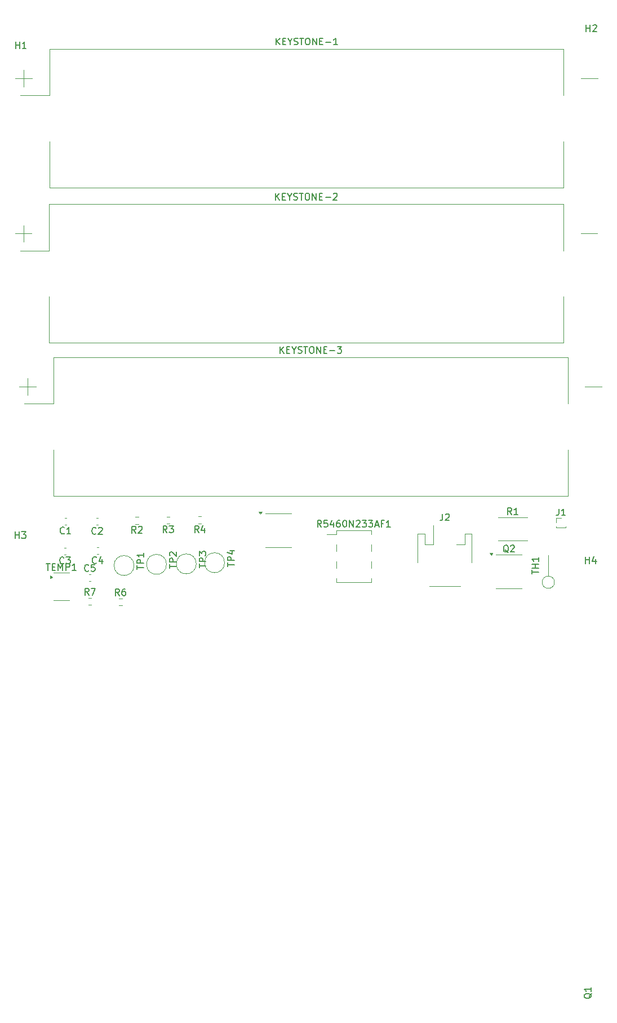
<source format=gbr>
%TF.GenerationSoftware,KiCad,Pcbnew,8.0.2-1*%
%TF.CreationDate,2024-08-29T11:45:14-05:00*%
%TF.ProjectId,BattBoard,42617474-426f-4617-9264-2e6b69636164,rev?*%
%TF.SameCoordinates,Original*%
%TF.FileFunction,Legend,Top*%
%TF.FilePolarity,Positive*%
%FSLAX46Y46*%
G04 Gerber Fmt 4.6, Leading zero omitted, Abs format (unit mm)*
G04 Created by KiCad (PCBNEW 8.0.2-1) date 2024-08-29 11:45:14*
%MOMM*%
%LPD*%
G01*
G04 APERTURE LIST*
%ADD10C,0.150000*%
%ADD11C,0.120000*%
G04 APERTURE END LIST*
D10*
X124654819Y-127986904D02*
X124654819Y-127415476D01*
X125654819Y-127701190D02*
X124654819Y-127701190D01*
X125654819Y-127082142D02*
X124654819Y-127082142D01*
X124654819Y-127082142D02*
X124654819Y-126701190D01*
X124654819Y-126701190D02*
X124702438Y-126605952D01*
X124702438Y-126605952D02*
X124750057Y-126558333D01*
X124750057Y-126558333D02*
X124845295Y-126510714D01*
X124845295Y-126510714D02*
X124988152Y-126510714D01*
X124988152Y-126510714D02*
X125083390Y-126558333D01*
X125083390Y-126558333D02*
X125131009Y-126605952D01*
X125131009Y-126605952D02*
X125178628Y-126701190D01*
X125178628Y-126701190D02*
X125178628Y-127082142D01*
X124654819Y-126177380D02*
X124654819Y-125558333D01*
X124654819Y-125558333D02*
X125035771Y-125891666D01*
X125035771Y-125891666D02*
X125035771Y-125748809D01*
X125035771Y-125748809D02*
X125083390Y-125653571D01*
X125083390Y-125653571D02*
X125131009Y-125605952D01*
X125131009Y-125605952D02*
X125226247Y-125558333D01*
X125226247Y-125558333D02*
X125464342Y-125558333D01*
X125464342Y-125558333D02*
X125559580Y-125605952D01*
X125559580Y-125605952D02*
X125607200Y-125653571D01*
X125607200Y-125653571D02*
X125654819Y-125748809D01*
X125654819Y-125748809D02*
X125654819Y-126034523D01*
X125654819Y-126034523D02*
X125607200Y-126129761D01*
X125607200Y-126129761D02*
X125559580Y-126177380D01*
X108033333Y-128444580D02*
X107985714Y-128492200D01*
X107985714Y-128492200D02*
X107842857Y-128539819D01*
X107842857Y-128539819D02*
X107747619Y-128539819D01*
X107747619Y-128539819D02*
X107604762Y-128492200D01*
X107604762Y-128492200D02*
X107509524Y-128396961D01*
X107509524Y-128396961D02*
X107461905Y-128301723D01*
X107461905Y-128301723D02*
X107414286Y-128111247D01*
X107414286Y-128111247D02*
X107414286Y-127968390D01*
X107414286Y-127968390D02*
X107461905Y-127777914D01*
X107461905Y-127777914D02*
X107509524Y-127682676D01*
X107509524Y-127682676D02*
X107604762Y-127587438D01*
X107604762Y-127587438D02*
X107747619Y-127539819D01*
X107747619Y-127539819D02*
X107842857Y-127539819D01*
X107842857Y-127539819D02*
X107985714Y-127587438D01*
X107985714Y-127587438D02*
X108033333Y-127635057D01*
X108938095Y-127539819D02*
X108461905Y-127539819D01*
X108461905Y-127539819D02*
X108414286Y-128016009D01*
X108414286Y-128016009D02*
X108461905Y-127968390D01*
X108461905Y-127968390D02*
X108557143Y-127920771D01*
X108557143Y-127920771D02*
X108795238Y-127920771D01*
X108795238Y-127920771D02*
X108890476Y-127968390D01*
X108890476Y-127968390D02*
X108938095Y-128016009D01*
X108938095Y-128016009D02*
X108985714Y-128111247D01*
X108985714Y-128111247D02*
X108985714Y-128349342D01*
X108985714Y-128349342D02*
X108938095Y-128444580D01*
X108938095Y-128444580D02*
X108890476Y-128492200D01*
X108890476Y-128492200D02*
X108795238Y-128539819D01*
X108795238Y-128539819D02*
X108557143Y-128539819D01*
X108557143Y-128539819D02*
X108461905Y-128492200D01*
X108461905Y-128492200D02*
X108414286Y-128444580D01*
X104382933Y-122814580D02*
X104335314Y-122862200D01*
X104335314Y-122862200D02*
X104192457Y-122909819D01*
X104192457Y-122909819D02*
X104097219Y-122909819D01*
X104097219Y-122909819D02*
X103954362Y-122862200D01*
X103954362Y-122862200D02*
X103859124Y-122766961D01*
X103859124Y-122766961D02*
X103811505Y-122671723D01*
X103811505Y-122671723D02*
X103763886Y-122481247D01*
X103763886Y-122481247D02*
X103763886Y-122338390D01*
X103763886Y-122338390D02*
X103811505Y-122147914D01*
X103811505Y-122147914D02*
X103859124Y-122052676D01*
X103859124Y-122052676D02*
X103954362Y-121957438D01*
X103954362Y-121957438D02*
X104097219Y-121909819D01*
X104097219Y-121909819D02*
X104192457Y-121909819D01*
X104192457Y-121909819D02*
X104335314Y-121957438D01*
X104335314Y-121957438D02*
X104382933Y-122005057D01*
X105335314Y-122909819D02*
X104763886Y-122909819D01*
X105049600Y-122909819D02*
X105049600Y-121909819D01*
X105049600Y-121909819D02*
X104954362Y-122052676D01*
X104954362Y-122052676D02*
X104859124Y-122147914D01*
X104859124Y-122147914D02*
X104763886Y-122195533D01*
X97063095Y-49979819D02*
X97063095Y-48979819D01*
X97063095Y-49456009D02*
X97634523Y-49456009D01*
X97634523Y-49979819D02*
X97634523Y-48979819D01*
X98634523Y-49979819D02*
X98063095Y-49979819D01*
X98348809Y-49979819D02*
X98348809Y-48979819D01*
X98348809Y-48979819D02*
X98253571Y-49122676D01*
X98253571Y-49122676D02*
X98158333Y-49217914D01*
X98158333Y-49217914D02*
X98063095Y-49265533D01*
X108058333Y-132099819D02*
X107725000Y-131623628D01*
X107486905Y-132099819D02*
X107486905Y-131099819D01*
X107486905Y-131099819D02*
X107867857Y-131099819D01*
X107867857Y-131099819D02*
X107963095Y-131147438D01*
X107963095Y-131147438D02*
X108010714Y-131195057D01*
X108010714Y-131195057D02*
X108058333Y-131290295D01*
X108058333Y-131290295D02*
X108058333Y-131433152D01*
X108058333Y-131433152D02*
X108010714Y-131528390D01*
X108010714Y-131528390D02*
X107963095Y-131576009D01*
X107963095Y-131576009D02*
X107867857Y-131623628D01*
X107867857Y-131623628D02*
X107486905Y-131623628D01*
X108391667Y-131099819D02*
X109058333Y-131099819D01*
X109058333Y-131099819D02*
X108629762Y-132099819D01*
X142993647Y-121884819D02*
X142660314Y-121408628D01*
X142422219Y-121884819D02*
X142422219Y-120884819D01*
X142422219Y-120884819D02*
X142803171Y-120884819D01*
X142803171Y-120884819D02*
X142898409Y-120932438D01*
X142898409Y-120932438D02*
X142946028Y-120980057D01*
X142946028Y-120980057D02*
X142993647Y-121075295D01*
X142993647Y-121075295D02*
X142993647Y-121218152D01*
X142993647Y-121218152D02*
X142946028Y-121313390D01*
X142946028Y-121313390D02*
X142898409Y-121361009D01*
X142898409Y-121361009D02*
X142803171Y-121408628D01*
X142803171Y-121408628D02*
X142422219Y-121408628D01*
X143898409Y-120884819D02*
X143422219Y-120884819D01*
X143422219Y-120884819D02*
X143374600Y-121361009D01*
X143374600Y-121361009D02*
X143422219Y-121313390D01*
X143422219Y-121313390D02*
X143517457Y-121265771D01*
X143517457Y-121265771D02*
X143755552Y-121265771D01*
X143755552Y-121265771D02*
X143850790Y-121313390D01*
X143850790Y-121313390D02*
X143898409Y-121361009D01*
X143898409Y-121361009D02*
X143946028Y-121456247D01*
X143946028Y-121456247D02*
X143946028Y-121694342D01*
X143946028Y-121694342D02*
X143898409Y-121789580D01*
X143898409Y-121789580D02*
X143850790Y-121837200D01*
X143850790Y-121837200D02*
X143755552Y-121884819D01*
X143755552Y-121884819D02*
X143517457Y-121884819D01*
X143517457Y-121884819D02*
X143422219Y-121837200D01*
X143422219Y-121837200D02*
X143374600Y-121789580D01*
X144803171Y-121218152D02*
X144803171Y-121884819D01*
X144565076Y-120837200D02*
X144326981Y-121551485D01*
X144326981Y-121551485D02*
X144946028Y-121551485D01*
X145755552Y-120884819D02*
X145565076Y-120884819D01*
X145565076Y-120884819D02*
X145469838Y-120932438D01*
X145469838Y-120932438D02*
X145422219Y-120980057D01*
X145422219Y-120980057D02*
X145326981Y-121122914D01*
X145326981Y-121122914D02*
X145279362Y-121313390D01*
X145279362Y-121313390D02*
X145279362Y-121694342D01*
X145279362Y-121694342D02*
X145326981Y-121789580D01*
X145326981Y-121789580D02*
X145374600Y-121837200D01*
X145374600Y-121837200D02*
X145469838Y-121884819D01*
X145469838Y-121884819D02*
X145660314Y-121884819D01*
X145660314Y-121884819D02*
X145755552Y-121837200D01*
X145755552Y-121837200D02*
X145803171Y-121789580D01*
X145803171Y-121789580D02*
X145850790Y-121694342D01*
X145850790Y-121694342D02*
X145850790Y-121456247D01*
X145850790Y-121456247D02*
X145803171Y-121361009D01*
X145803171Y-121361009D02*
X145755552Y-121313390D01*
X145755552Y-121313390D02*
X145660314Y-121265771D01*
X145660314Y-121265771D02*
X145469838Y-121265771D01*
X145469838Y-121265771D02*
X145374600Y-121313390D01*
X145374600Y-121313390D02*
X145326981Y-121361009D01*
X145326981Y-121361009D02*
X145279362Y-121456247D01*
X146469838Y-120884819D02*
X146565076Y-120884819D01*
X146565076Y-120884819D02*
X146660314Y-120932438D01*
X146660314Y-120932438D02*
X146707933Y-120980057D01*
X146707933Y-120980057D02*
X146755552Y-121075295D01*
X146755552Y-121075295D02*
X146803171Y-121265771D01*
X146803171Y-121265771D02*
X146803171Y-121503866D01*
X146803171Y-121503866D02*
X146755552Y-121694342D01*
X146755552Y-121694342D02*
X146707933Y-121789580D01*
X146707933Y-121789580D02*
X146660314Y-121837200D01*
X146660314Y-121837200D02*
X146565076Y-121884819D01*
X146565076Y-121884819D02*
X146469838Y-121884819D01*
X146469838Y-121884819D02*
X146374600Y-121837200D01*
X146374600Y-121837200D02*
X146326981Y-121789580D01*
X146326981Y-121789580D02*
X146279362Y-121694342D01*
X146279362Y-121694342D02*
X146231743Y-121503866D01*
X146231743Y-121503866D02*
X146231743Y-121265771D01*
X146231743Y-121265771D02*
X146279362Y-121075295D01*
X146279362Y-121075295D02*
X146326981Y-120980057D01*
X146326981Y-120980057D02*
X146374600Y-120932438D01*
X146374600Y-120932438D02*
X146469838Y-120884819D01*
X147231743Y-121884819D02*
X147231743Y-120884819D01*
X147231743Y-120884819D02*
X147803171Y-121884819D01*
X147803171Y-121884819D02*
X147803171Y-120884819D01*
X148231743Y-120980057D02*
X148279362Y-120932438D01*
X148279362Y-120932438D02*
X148374600Y-120884819D01*
X148374600Y-120884819D02*
X148612695Y-120884819D01*
X148612695Y-120884819D02*
X148707933Y-120932438D01*
X148707933Y-120932438D02*
X148755552Y-120980057D01*
X148755552Y-120980057D02*
X148803171Y-121075295D01*
X148803171Y-121075295D02*
X148803171Y-121170533D01*
X148803171Y-121170533D02*
X148755552Y-121313390D01*
X148755552Y-121313390D02*
X148184124Y-121884819D01*
X148184124Y-121884819D02*
X148803171Y-121884819D01*
X149136505Y-120884819D02*
X149755552Y-120884819D01*
X149755552Y-120884819D02*
X149422219Y-121265771D01*
X149422219Y-121265771D02*
X149565076Y-121265771D01*
X149565076Y-121265771D02*
X149660314Y-121313390D01*
X149660314Y-121313390D02*
X149707933Y-121361009D01*
X149707933Y-121361009D02*
X149755552Y-121456247D01*
X149755552Y-121456247D02*
X149755552Y-121694342D01*
X149755552Y-121694342D02*
X149707933Y-121789580D01*
X149707933Y-121789580D02*
X149660314Y-121837200D01*
X149660314Y-121837200D02*
X149565076Y-121884819D01*
X149565076Y-121884819D02*
X149279362Y-121884819D01*
X149279362Y-121884819D02*
X149184124Y-121837200D01*
X149184124Y-121837200D02*
X149136505Y-121789580D01*
X150088886Y-120884819D02*
X150707933Y-120884819D01*
X150707933Y-120884819D02*
X150374600Y-121265771D01*
X150374600Y-121265771D02*
X150517457Y-121265771D01*
X150517457Y-121265771D02*
X150612695Y-121313390D01*
X150612695Y-121313390D02*
X150660314Y-121361009D01*
X150660314Y-121361009D02*
X150707933Y-121456247D01*
X150707933Y-121456247D02*
X150707933Y-121694342D01*
X150707933Y-121694342D02*
X150660314Y-121789580D01*
X150660314Y-121789580D02*
X150612695Y-121837200D01*
X150612695Y-121837200D02*
X150517457Y-121884819D01*
X150517457Y-121884819D02*
X150231743Y-121884819D01*
X150231743Y-121884819D02*
X150136505Y-121837200D01*
X150136505Y-121837200D02*
X150088886Y-121789580D01*
X151088886Y-121599104D02*
X151565076Y-121599104D01*
X150993648Y-121884819D02*
X151326981Y-120884819D01*
X151326981Y-120884819D02*
X151660314Y-121884819D01*
X152326981Y-121361009D02*
X151993648Y-121361009D01*
X151993648Y-121884819D02*
X151993648Y-120884819D01*
X151993648Y-120884819D02*
X152469838Y-120884819D01*
X153374600Y-121884819D02*
X152803172Y-121884819D01*
X153088886Y-121884819D02*
X153088886Y-120884819D01*
X153088886Y-120884819D02*
X152993648Y-121027676D01*
X152993648Y-121027676D02*
X152898410Y-121122914D01*
X152898410Y-121122914D02*
X152803172Y-121170533D01*
X178666266Y-119144819D02*
X178666266Y-119859104D01*
X178666266Y-119859104D02*
X178618647Y-120001961D01*
X178618647Y-120001961D02*
X178523409Y-120097200D01*
X178523409Y-120097200D02*
X178380552Y-120144819D01*
X178380552Y-120144819D02*
X178285314Y-120144819D01*
X179666266Y-120144819D02*
X179094838Y-120144819D01*
X179380552Y-120144819D02*
X179380552Y-119144819D01*
X179380552Y-119144819D02*
X179285314Y-119287676D01*
X179285314Y-119287676D02*
X179190076Y-119382914D01*
X179190076Y-119382914D02*
X179094838Y-119430533D01*
X101664286Y-127394819D02*
X102235714Y-127394819D01*
X101950000Y-128394819D02*
X101950000Y-127394819D01*
X102569048Y-127871009D02*
X102902381Y-127871009D01*
X103045238Y-128394819D02*
X102569048Y-128394819D01*
X102569048Y-128394819D02*
X102569048Y-127394819D01*
X102569048Y-127394819D02*
X103045238Y-127394819D01*
X103473810Y-128394819D02*
X103473810Y-127394819D01*
X103473810Y-127394819D02*
X103807143Y-128109104D01*
X103807143Y-128109104D02*
X104140476Y-127394819D01*
X104140476Y-127394819D02*
X104140476Y-128394819D01*
X104616667Y-128394819D02*
X104616667Y-127394819D01*
X104616667Y-127394819D02*
X104997619Y-127394819D01*
X104997619Y-127394819D02*
X105092857Y-127442438D01*
X105092857Y-127442438D02*
X105140476Y-127490057D01*
X105140476Y-127490057D02*
X105188095Y-127585295D01*
X105188095Y-127585295D02*
X105188095Y-127728152D01*
X105188095Y-127728152D02*
X105140476Y-127823390D01*
X105140476Y-127823390D02*
X105092857Y-127871009D01*
X105092857Y-127871009D02*
X104997619Y-127918628D01*
X104997619Y-127918628D02*
X104616667Y-127918628D01*
X106140476Y-128394819D02*
X105569048Y-128394819D01*
X105854762Y-128394819D02*
X105854762Y-127394819D01*
X105854762Y-127394819D02*
X105759524Y-127537676D01*
X105759524Y-127537676D02*
X105664286Y-127632914D01*
X105664286Y-127632914D02*
X105569048Y-127680533D01*
X136784362Y-95779819D02*
X136784362Y-94779819D01*
X137355790Y-95779819D02*
X136927219Y-95208390D01*
X137355790Y-94779819D02*
X136784362Y-95351247D01*
X137784362Y-95256009D02*
X138117695Y-95256009D01*
X138260552Y-95779819D02*
X137784362Y-95779819D01*
X137784362Y-95779819D02*
X137784362Y-94779819D01*
X137784362Y-94779819D02*
X138260552Y-94779819D01*
X138879600Y-95303628D02*
X138879600Y-95779819D01*
X138546267Y-94779819D02*
X138879600Y-95303628D01*
X138879600Y-95303628D02*
X139212933Y-94779819D01*
X139498648Y-95732200D02*
X139641505Y-95779819D01*
X139641505Y-95779819D02*
X139879600Y-95779819D01*
X139879600Y-95779819D02*
X139974838Y-95732200D01*
X139974838Y-95732200D02*
X140022457Y-95684580D01*
X140022457Y-95684580D02*
X140070076Y-95589342D01*
X140070076Y-95589342D02*
X140070076Y-95494104D01*
X140070076Y-95494104D02*
X140022457Y-95398866D01*
X140022457Y-95398866D02*
X139974838Y-95351247D01*
X139974838Y-95351247D02*
X139879600Y-95303628D01*
X139879600Y-95303628D02*
X139689124Y-95256009D01*
X139689124Y-95256009D02*
X139593886Y-95208390D01*
X139593886Y-95208390D02*
X139546267Y-95160771D01*
X139546267Y-95160771D02*
X139498648Y-95065533D01*
X139498648Y-95065533D02*
X139498648Y-94970295D01*
X139498648Y-94970295D02*
X139546267Y-94875057D01*
X139546267Y-94875057D02*
X139593886Y-94827438D01*
X139593886Y-94827438D02*
X139689124Y-94779819D01*
X139689124Y-94779819D02*
X139927219Y-94779819D01*
X139927219Y-94779819D02*
X140070076Y-94827438D01*
X140355791Y-94779819D02*
X140927219Y-94779819D01*
X140641505Y-95779819D02*
X140641505Y-94779819D01*
X141451029Y-94779819D02*
X141641505Y-94779819D01*
X141641505Y-94779819D02*
X141736743Y-94827438D01*
X141736743Y-94827438D02*
X141831981Y-94922676D01*
X141831981Y-94922676D02*
X141879600Y-95113152D01*
X141879600Y-95113152D02*
X141879600Y-95446485D01*
X141879600Y-95446485D02*
X141831981Y-95636961D01*
X141831981Y-95636961D02*
X141736743Y-95732200D01*
X141736743Y-95732200D02*
X141641505Y-95779819D01*
X141641505Y-95779819D02*
X141451029Y-95779819D01*
X141451029Y-95779819D02*
X141355791Y-95732200D01*
X141355791Y-95732200D02*
X141260553Y-95636961D01*
X141260553Y-95636961D02*
X141212934Y-95446485D01*
X141212934Y-95446485D02*
X141212934Y-95113152D01*
X141212934Y-95113152D02*
X141260553Y-94922676D01*
X141260553Y-94922676D02*
X141355791Y-94827438D01*
X141355791Y-94827438D02*
X141451029Y-94779819D01*
X142308172Y-95779819D02*
X142308172Y-94779819D01*
X142308172Y-94779819D02*
X142879600Y-95779819D01*
X142879600Y-95779819D02*
X142879600Y-94779819D01*
X143355791Y-95256009D02*
X143689124Y-95256009D01*
X143831981Y-95779819D02*
X143355791Y-95779819D01*
X143355791Y-95779819D02*
X143355791Y-94779819D01*
X143355791Y-94779819D02*
X143831981Y-94779819D01*
X144260553Y-95398866D02*
X145022458Y-95398866D01*
X145403410Y-94779819D02*
X146022457Y-94779819D01*
X146022457Y-94779819D02*
X145689124Y-95160771D01*
X145689124Y-95160771D02*
X145831981Y-95160771D01*
X145831981Y-95160771D02*
X145927219Y-95208390D01*
X145927219Y-95208390D02*
X145974838Y-95256009D01*
X145974838Y-95256009D02*
X146022457Y-95351247D01*
X146022457Y-95351247D02*
X146022457Y-95589342D01*
X146022457Y-95589342D02*
X145974838Y-95684580D01*
X145974838Y-95684580D02*
X145927219Y-95732200D01*
X145927219Y-95732200D02*
X145831981Y-95779819D01*
X145831981Y-95779819D02*
X145546267Y-95779819D01*
X145546267Y-95779819D02*
X145451029Y-95732200D01*
X145451029Y-95732200D02*
X145403410Y-95684580D01*
X115132933Y-122784819D02*
X114799600Y-122308628D01*
X114561505Y-122784819D02*
X114561505Y-121784819D01*
X114561505Y-121784819D02*
X114942457Y-121784819D01*
X114942457Y-121784819D02*
X115037695Y-121832438D01*
X115037695Y-121832438D02*
X115085314Y-121880057D01*
X115085314Y-121880057D02*
X115132933Y-121975295D01*
X115132933Y-121975295D02*
X115132933Y-122118152D01*
X115132933Y-122118152D02*
X115085314Y-122213390D01*
X115085314Y-122213390D02*
X115037695Y-122261009D01*
X115037695Y-122261009D02*
X114942457Y-122308628D01*
X114942457Y-122308628D02*
X114561505Y-122308628D01*
X115513886Y-121880057D02*
X115561505Y-121832438D01*
X115561505Y-121832438D02*
X115656743Y-121784819D01*
X115656743Y-121784819D02*
X115894838Y-121784819D01*
X115894838Y-121784819D02*
X115990076Y-121832438D01*
X115990076Y-121832438D02*
X116037695Y-121880057D01*
X116037695Y-121880057D02*
X116085314Y-121975295D01*
X116085314Y-121975295D02*
X116085314Y-122070533D01*
X116085314Y-122070533D02*
X116037695Y-122213390D01*
X116037695Y-122213390D02*
X115466267Y-122784819D01*
X115466267Y-122784819D02*
X116085314Y-122784819D01*
X109207933Y-127264580D02*
X109160314Y-127312200D01*
X109160314Y-127312200D02*
X109017457Y-127359819D01*
X109017457Y-127359819D02*
X108922219Y-127359819D01*
X108922219Y-127359819D02*
X108779362Y-127312200D01*
X108779362Y-127312200D02*
X108684124Y-127216961D01*
X108684124Y-127216961D02*
X108636505Y-127121723D01*
X108636505Y-127121723D02*
X108588886Y-126931247D01*
X108588886Y-126931247D02*
X108588886Y-126788390D01*
X108588886Y-126788390D02*
X108636505Y-126597914D01*
X108636505Y-126597914D02*
X108684124Y-126502676D01*
X108684124Y-126502676D02*
X108779362Y-126407438D01*
X108779362Y-126407438D02*
X108922219Y-126359819D01*
X108922219Y-126359819D02*
X109017457Y-126359819D01*
X109017457Y-126359819D02*
X109160314Y-126407438D01*
X109160314Y-126407438D02*
X109207933Y-126455057D01*
X110065076Y-126693152D02*
X110065076Y-127359819D01*
X109826981Y-126312200D02*
X109588886Y-127026485D01*
X109588886Y-127026485D02*
X110207933Y-127026485D01*
X112658333Y-132174819D02*
X112325000Y-131698628D01*
X112086905Y-132174819D02*
X112086905Y-131174819D01*
X112086905Y-131174819D02*
X112467857Y-131174819D01*
X112467857Y-131174819D02*
X112563095Y-131222438D01*
X112563095Y-131222438D02*
X112610714Y-131270057D01*
X112610714Y-131270057D02*
X112658333Y-131365295D01*
X112658333Y-131365295D02*
X112658333Y-131508152D01*
X112658333Y-131508152D02*
X112610714Y-131603390D01*
X112610714Y-131603390D02*
X112563095Y-131651009D01*
X112563095Y-131651009D02*
X112467857Y-131698628D01*
X112467857Y-131698628D02*
X112086905Y-131698628D01*
X113515476Y-131174819D02*
X113325000Y-131174819D01*
X113325000Y-131174819D02*
X113229762Y-131222438D01*
X113229762Y-131222438D02*
X113182143Y-131270057D01*
X113182143Y-131270057D02*
X113086905Y-131412914D01*
X113086905Y-131412914D02*
X113039286Y-131603390D01*
X113039286Y-131603390D02*
X113039286Y-131984342D01*
X113039286Y-131984342D02*
X113086905Y-132079580D01*
X113086905Y-132079580D02*
X113134524Y-132127200D01*
X113134524Y-132127200D02*
X113229762Y-132174819D01*
X113229762Y-132174819D02*
X113420238Y-132174819D01*
X113420238Y-132174819D02*
X113515476Y-132127200D01*
X113515476Y-132127200D02*
X113563095Y-132079580D01*
X113563095Y-132079580D02*
X113610714Y-131984342D01*
X113610714Y-131984342D02*
X113610714Y-131746247D01*
X113610714Y-131746247D02*
X113563095Y-131651009D01*
X113563095Y-131651009D02*
X113515476Y-131603390D01*
X113515476Y-131603390D02*
X113420238Y-131555771D01*
X113420238Y-131555771D02*
X113229762Y-131555771D01*
X113229762Y-131555771D02*
X113134524Y-131603390D01*
X113134524Y-131603390D02*
X113086905Y-131651009D01*
X113086905Y-131651009D02*
X113039286Y-131746247D01*
X115304819Y-128236904D02*
X115304819Y-127665476D01*
X116304819Y-127951190D02*
X115304819Y-127951190D01*
X116304819Y-127332142D02*
X115304819Y-127332142D01*
X115304819Y-127332142D02*
X115304819Y-126951190D01*
X115304819Y-126951190D02*
X115352438Y-126855952D01*
X115352438Y-126855952D02*
X115400057Y-126808333D01*
X115400057Y-126808333D02*
X115495295Y-126760714D01*
X115495295Y-126760714D02*
X115638152Y-126760714D01*
X115638152Y-126760714D02*
X115733390Y-126808333D01*
X115733390Y-126808333D02*
X115781009Y-126855952D01*
X115781009Y-126855952D02*
X115828628Y-126951190D01*
X115828628Y-126951190D02*
X115828628Y-127332142D01*
X116304819Y-125808333D02*
X116304819Y-126379761D01*
X116304819Y-126094047D02*
X115304819Y-126094047D01*
X115304819Y-126094047D02*
X115447676Y-126189285D01*
X115447676Y-126189285D02*
X115542914Y-126284523D01*
X115542914Y-126284523D02*
X115590533Y-126379761D01*
X119807933Y-122734819D02*
X119474600Y-122258628D01*
X119236505Y-122734819D02*
X119236505Y-121734819D01*
X119236505Y-121734819D02*
X119617457Y-121734819D01*
X119617457Y-121734819D02*
X119712695Y-121782438D01*
X119712695Y-121782438D02*
X119760314Y-121830057D01*
X119760314Y-121830057D02*
X119807933Y-121925295D01*
X119807933Y-121925295D02*
X119807933Y-122068152D01*
X119807933Y-122068152D02*
X119760314Y-122163390D01*
X119760314Y-122163390D02*
X119712695Y-122211009D01*
X119712695Y-122211009D02*
X119617457Y-122258628D01*
X119617457Y-122258628D02*
X119236505Y-122258628D01*
X120141267Y-121734819D02*
X120760314Y-121734819D01*
X120760314Y-121734819D02*
X120426981Y-122115771D01*
X120426981Y-122115771D02*
X120569838Y-122115771D01*
X120569838Y-122115771D02*
X120665076Y-122163390D01*
X120665076Y-122163390D02*
X120712695Y-122211009D01*
X120712695Y-122211009D02*
X120760314Y-122306247D01*
X120760314Y-122306247D02*
X120760314Y-122544342D01*
X120760314Y-122544342D02*
X120712695Y-122639580D01*
X120712695Y-122639580D02*
X120665076Y-122687200D01*
X120665076Y-122687200D02*
X120569838Y-122734819D01*
X120569838Y-122734819D02*
X120284124Y-122734819D01*
X120284124Y-122734819D02*
X120188886Y-122687200D01*
X120188886Y-122687200D02*
X120141267Y-122639580D01*
X104307933Y-127314580D02*
X104260314Y-127362200D01*
X104260314Y-127362200D02*
X104117457Y-127409819D01*
X104117457Y-127409819D02*
X104022219Y-127409819D01*
X104022219Y-127409819D02*
X103879362Y-127362200D01*
X103879362Y-127362200D02*
X103784124Y-127266961D01*
X103784124Y-127266961D02*
X103736505Y-127171723D01*
X103736505Y-127171723D02*
X103688886Y-126981247D01*
X103688886Y-126981247D02*
X103688886Y-126838390D01*
X103688886Y-126838390D02*
X103736505Y-126647914D01*
X103736505Y-126647914D02*
X103784124Y-126552676D01*
X103784124Y-126552676D02*
X103879362Y-126457438D01*
X103879362Y-126457438D02*
X104022219Y-126409819D01*
X104022219Y-126409819D02*
X104117457Y-126409819D01*
X104117457Y-126409819D02*
X104260314Y-126457438D01*
X104260314Y-126457438D02*
X104307933Y-126505057D01*
X104641267Y-126409819D02*
X105260314Y-126409819D01*
X105260314Y-126409819D02*
X104926981Y-126790771D01*
X104926981Y-126790771D02*
X105069838Y-126790771D01*
X105069838Y-126790771D02*
X105165076Y-126838390D01*
X105165076Y-126838390D02*
X105212695Y-126886009D01*
X105212695Y-126886009D02*
X105260314Y-126981247D01*
X105260314Y-126981247D02*
X105260314Y-127219342D01*
X105260314Y-127219342D02*
X105212695Y-127314580D01*
X105212695Y-127314580D02*
X105165076Y-127362200D01*
X105165076Y-127362200D02*
X105069838Y-127409819D01*
X105069838Y-127409819D02*
X104784124Y-127409819D01*
X104784124Y-127409819D02*
X104688886Y-127362200D01*
X104688886Y-127362200D02*
X104641267Y-127314580D01*
X136134362Y-72754819D02*
X136134362Y-71754819D01*
X136705790Y-72754819D02*
X136277219Y-72183390D01*
X136705790Y-71754819D02*
X136134362Y-72326247D01*
X137134362Y-72231009D02*
X137467695Y-72231009D01*
X137610552Y-72754819D02*
X137134362Y-72754819D01*
X137134362Y-72754819D02*
X137134362Y-71754819D01*
X137134362Y-71754819D02*
X137610552Y-71754819D01*
X138229600Y-72278628D02*
X138229600Y-72754819D01*
X137896267Y-71754819D02*
X138229600Y-72278628D01*
X138229600Y-72278628D02*
X138562933Y-71754819D01*
X138848648Y-72707200D02*
X138991505Y-72754819D01*
X138991505Y-72754819D02*
X139229600Y-72754819D01*
X139229600Y-72754819D02*
X139324838Y-72707200D01*
X139324838Y-72707200D02*
X139372457Y-72659580D01*
X139372457Y-72659580D02*
X139420076Y-72564342D01*
X139420076Y-72564342D02*
X139420076Y-72469104D01*
X139420076Y-72469104D02*
X139372457Y-72373866D01*
X139372457Y-72373866D02*
X139324838Y-72326247D01*
X139324838Y-72326247D02*
X139229600Y-72278628D01*
X139229600Y-72278628D02*
X139039124Y-72231009D01*
X139039124Y-72231009D02*
X138943886Y-72183390D01*
X138943886Y-72183390D02*
X138896267Y-72135771D01*
X138896267Y-72135771D02*
X138848648Y-72040533D01*
X138848648Y-72040533D02*
X138848648Y-71945295D01*
X138848648Y-71945295D02*
X138896267Y-71850057D01*
X138896267Y-71850057D02*
X138943886Y-71802438D01*
X138943886Y-71802438D02*
X139039124Y-71754819D01*
X139039124Y-71754819D02*
X139277219Y-71754819D01*
X139277219Y-71754819D02*
X139420076Y-71802438D01*
X139705791Y-71754819D02*
X140277219Y-71754819D01*
X139991505Y-72754819D02*
X139991505Y-71754819D01*
X140801029Y-71754819D02*
X140991505Y-71754819D01*
X140991505Y-71754819D02*
X141086743Y-71802438D01*
X141086743Y-71802438D02*
X141181981Y-71897676D01*
X141181981Y-71897676D02*
X141229600Y-72088152D01*
X141229600Y-72088152D02*
X141229600Y-72421485D01*
X141229600Y-72421485D02*
X141181981Y-72611961D01*
X141181981Y-72611961D02*
X141086743Y-72707200D01*
X141086743Y-72707200D02*
X140991505Y-72754819D01*
X140991505Y-72754819D02*
X140801029Y-72754819D01*
X140801029Y-72754819D02*
X140705791Y-72707200D01*
X140705791Y-72707200D02*
X140610553Y-72611961D01*
X140610553Y-72611961D02*
X140562934Y-72421485D01*
X140562934Y-72421485D02*
X140562934Y-72088152D01*
X140562934Y-72088152D02*
X140610553Y-71897676D01*
X140610553Y-71897676D02*
X140705791Y-71802438D01*
X140705791Y-71802438D02*
X140801029Y-71754819D01*
X141658172Y-72754819D02*
X141658172Y-71754819D01*
X141658172Y-71754819D02*
X142229600Y-72754819D01*
X142229600Y-72754819D02*
X142229600Y-71754819D01*
X142705791Y-72231009D02*
X143039124Y-72231009D01*
X143181981Y-72754819D02*
X142705791Y-72754819D01*
X142705791Y-72754819D02*
X142705791Y-71754819D01*
X142705791Y-71754819D02*
X143181981Y-71754819D01*
X143610553Y-72373866D02*
X144372458Y-72373866D01*
X144801029Y-71850057D02*
X144848648Y-71802438D01*
X144848648Y-71802438D02*
X144943886Y-71754819D01*
X144943886Y-71754819D02*
X145181981Y-71754819D01*
X145181981Y-71754819D02*
X145277219Y-71802438D01*
X145277219Y-71802438D02*
X145324838Y-71850057D01*
X145324838Y-71850057D02*
X145372457Y-71945295D01*
X145372457Y-71945295D02*
X145372457Y-72040533D01*
X145372457Y-72040533D02*
X145324838Y-72183390D01*
X145324838Y-72183390D02*
X144753410Y-72754819D01*
X144753410Y-72754819D02*
X145372457Y-72754819D01*
X109132933Y-122864580D02*
X109085314Y-122912200D01*
X109085314Y-122912200D02*
X108942457Y-122959819D01*
X108942457Y-122959819D02*
X108847219Y-122959819D01*
X108847219Y-122959819D02*
X108704362Y-122912200D01*
X108704362Y-122912200D02*
X108609124Y-122816961D01*
X108609124Y-122816961D02*
X108561505Y-122721723D01*
X108561505Y-122721723D02*
X108513886Y-122531247D01*
X108513886Y-122531247D02*
X108513886Y-122388390D01*
X108513886Y-122388390D02*
X108561505Y-122197914D01*
X108561505Y-122197914D02*
X108609124Y-122102676D01*
X108609124Y-122102676D02*
X108704362Y-122007438D01*
X108704362Y-122007438D02*
X108847219Y-121959819D01*
X108847219Y-121959819D02*
X108942457Y-121959819D01*
X108942457Y-121959819D02*
X109085314Y-122007438D01*
X109085314Y-122007438D02*
X109132933Y-122055057D01*
X109513886Y-122055057D02*
X109561505Y-122007438D01*
X109561505Y-122007438D02*
X109656743Y-121959819D01*
X109656743Y-121959819D02*
X109894838Y-121959819D01*
X109894838Y-121959819D02*
X109990076Y-122007438D01*
X109990076Y-122007438D02*
X110037695Y-122055057D01*
X110037695Y-122055057D02*
X110085314Y-122150295D01*
X110085314Y-122150295D02*
X110085314Y-122245533D01*
X110085314Y-122245533D02*
X110037695Y-122388390D01*
X110037695Y-122388390D02*
X109466267Y-122959819D01*
X109466267Y-122959819D02*
X110085314Y-122959819D01*
X124557933Y-122709819D02*
X124224600Y-122233628D01*
X123986505Y-122709819D02*
X123986505Y-121709819D01*
X123986505Y-121709819D02*
X124367457Y-121709819D01*
X124367457Y-121709819D02*
X124462695Y-121757438D01*
X124462695Y-121757438D02*
X124510314Y-121805057D01*
X124510314Y-121805057D02*
X124557933Y-121900295D01*
X124557933Y-121900295D02*
X124557933Y-122043152D01*
X124557933Y-122043152D02*
X124510314Y-122138390D01*
X124510314Y-122138390D02*
X124462695Y-122186009D01*
X124462695Y-122186009D02*
X124367457Y-122233628D01*
X124367457Y-122233628D02*
X123986505Y-122233628D01*
X125415076Y-122043152D02*
X125415076Y-122709819D01*
X125176981Y-121662200D02*
X124938886Y-122376485D01*
X124938886Y-122376485D02*
X125557933Y-122376485D01*
X182713095Y-127354819D02*
X182713095Y-126354819D01*
X182713095Y-126831009D02*
X183284523Y-126831009D01*
X183284523Y-127354819D02*
X183284523Y-126354819D01*
X184189285Y-126688152D02*
X184189285Y-127354819D01*
X183951190Y-126307200D02*
X183713095Y-127021485D01*
X183713095Y-127021485D02*
X184332142Y-127021485D01*
X97013095Y-123604819D02*
X97013095Y-122604819D01*
X97013095Y-123081009D02*
X97584523Y-123081009D01*
X97584523Y-123604819D02*
X97584523Y-122604819D01*
X97965476Y-122604819D02*
X98584523Y-122604819D01*
X98584523Y-122604819D02*
X98251190Y-122985771D01*
X98251190Y-122985771D02*
X98394047Y-122985771D01*
X98394047Y-122985771D02*
X98489285Y-123033390D01*
X98489285Y-123033390D02*
X98536904Y-123081009D01*
X98536904Y-123081009D02*
X98584523Y-123176247D01*
X98584523Y-123176247D02*
X98584523Y-123414342D01*
X98584523Y-123414342D02*
X98536904Y-123509580D01*
X98536904Y-123509580D02*
X98489285Y-123557200D01*
X98489285Y-123557200D02*
X98394047Y-123604819D01*
X98394047Y-123604819D02*
X98108333Y-123604819D01*
X98108333Y-123604819D02*
X98013095Y-123557200D01*
X98013095Y-123557200D02*
X97965476Y-123509580D01*
X171104361Y-125725057D02*
X171009123Y-125677438D01*
X171009123Y-125677438D02*
X170913885Y-125582200D01*
X170913885Y-125582200D02*
X170771028Y-125439342D01*
X170771028Y-125439342D02*
X170675790Y-125391723D01*
X170675790Y-125391723D02*
X170580552Y-125391723D01*
X170628171Y-125629819D02*
X170532933Y-125582200D01*
X170532933Y-125582200D02*
X170437695Y-125486961D01*
X170437695Y-125486961D02*
X170390076Y-125296485D01*
X170390076Y-125296485D02*
X170390076Y-124963152D01*
X170390076Y-124963152D02*
X170437695Y-124772676D01*
X170437695Y-124772676D02*
X170532933Y-124677438D01*
X170532933Y-124677438D02*
X170628171Y-124629819D01*
X170628171Y-124629819D02*
X170818647Y-124629819D01*
X170818647Y-124629819D02*
X170913885Y-124677438D01*
X170913885Y-124677438D02*
X171009123Y-124772676D01*
X171009123Y-124772676D02*
X171056742Y-124963152D01*
X171056742Y-124963152D02*
X171056742Y-125296485D01*
X171056742Y-125296485D02*
X171009123Y-125486961D01*
X171009123Y-125486961D02*
X170913885Y-125582200D01*
X170913885Y-125582200D02*
X170818647Y-125629819D01*
X170818647Y-125629819D02*
X170628171Y-125629819D01*
X171437695Y-124725057D02*
X171485314Y-124677438D01*
X171485314Y-124677438D02*
X171580552Y-124629819D01*
X171580552Y-124629819D02*
X171818647Y-124629819D01*
X171818647Y-124629819D02*
X171913885Y-124677438D01*
X171913885Y-124677438D02*
X171961504Y-124725057D01*
X171961504Y-124725057D02*
X172009123Y-124820295D01*
X172009123Y-124820295D02*
X172009123Y-124915533D01*
X172009123Y-124915533D02*
X171961504Y-125058390D01*
X171961504Y-125058390D02*
X171390076Y-125629819D01*
X171390076Y-125629819D02*
X172009123Y-125629819D01*
X136179362Y-49454819D02*
X136179362Y-48454819D01*
X136750790Y-49454819D02*
X136322219Y-48883390D01*
X136750790Y-48454819D02*
X136179362Y-49026247D01*
X137179362Y-48931009D02*
X137512695Y-48931009D01*
X137655552Y-49454819D02*
X137179362Y-49454819D01*
X137179362Y-49454819D02*
X137179362Y-48454819D01*
X137179362Y-48454819D02*
X137655552Y-48454819D01*
X138274600Y-48978628D02*
X138274600Y-49454819D01*
X137941267Y-48454819D02*
X138274600Y-48978628D01*
X138274600Y-48978628D02*
X138607933Y-48454819D01*
X138893648Y-49407200D02*
X139036505Y-49454819D01*
X139036505Y-49454819D02*
X139274600Y-49454819D01*
X139274600Y-49454819D02*
X139369838Y-49407200D01*
X139369838Y-49407200D02*
X139417457Y-49359580D01*
X139417457Y-49359580D02*
X139465076Y-49264342D01*
X139465076Y-49264342D02*
X139465076Y-49169104D01*
X139465076Y-49169104D02*
X139417457Y-49073866D01*
X139417457Y-49073866D02*
X139369838Y-49026247D01*
X139369838Y-49026247D02*
X139274600Y-48978628D01*
X139274600Y-48978628D02*
X139084124Y-48931009D01*
X139084124Y-48931009D02*
X138988886Y-48883390D01*
X138988886Y-48883390D02*
X138941267Y-48835771D01*
X138941267Y-48835771D02*
X138893648Y-48740533D01*
X138893648Y-48740533D02*
X138893648Y-48645295D01*
X138893648Y-48645295D02*
X138941267Y-48550057D01*
X138941267Y-48550057D02*
X138988886Y-48502438D01*
X138988886Y-48502438D02*
X139084124Y-48454819D01*
X139084124Y-48454819D02*
X139322219Y-48454819D01*
X139322219Y-48454819D02*
X139465076Y-48502438D01*
X139750791Y-48454819D02*
X140322219Y-48454819D01*
X140036505Y-49454819D02*
X140036505Y-48454819D01*
X140846029Y-48454819D02*
X141036505Y-48454819D01*
X141036505Y-48454819D02*
X141131743Y-48502438D01*
X141131743Y-48502438D02*
X141226981Y-48597676D01*
X141226981Y-48597676D02*
X141274600Y-48788152D01*
X141274600Y-48788152D02*
X141274600Y-49121485D01*
X141274600Y-49121485D02*
X141226981Y-49311961D01*
X141226981Y-49311961D02*
X141131743Y-49407200D01*
X141131743Y-49407200D02*
X141036505Y-49454819D01*
X141036505Y-49454819D02*
X140846029Y-49454819D01*
X140846029Y-49454819D02*
X140750791Y-49407200D01*
X140750791Y-49407200D02*
X140655553Y-49311961D01*
X140655553Y-49311961D02*
X140607934Y-49121485D01*
X140607934Y-49121485D02*
X140607934Y-48788152D01*
X140607934Y-48788152D02*
X140655553Y-48597676D01*
X140655553Y-48597676D02*
X140750791Y-48502438D01*
X140750791Y-48502438D02*
X140846029Y-48454819D01*
X141703172Y-49454819D02*
X141703172Y-48454819D01*
X141703172Y-48454819D02*
X142274600Y-49454819D01*
X142274600Y-49454819D02*
X142274600Y-48454819D01*
X142750791Y-48931009D02*
X143084124Y-48931009D01*
X143226981Y-49454819D02*
X142750791Y-49454819D01*
X142750791Y-49454819D02*
X142750791Y-48454819D01*
X142750791Y-48454819D02*
X143226981Y-48454819D01*
X143655553Y-49073866D02*
X144417458Y-49073866D01*
X145417457Y-49454819D02*
X144846029Y-49454819D01*
X145131743Y-49454819D02*
X145131743Y-48454819D01*
X145131743Y-48454819D02*
X145036505Y-48597676D01*
X145036505Y-48597676D02*
X144941267Y-48692914D01*
X144941267Y-48692914D02*
X144846029Y-48740533D01*
X171582933Y-120009819D02*
X171249600Y-119533628D01*
X171011505Y-120009819D02*
X171011505Y-119009819D01*
X171011505Y-119009819D02*
X171392457Y-119009819D01*
X171392457Y-119009819D02*
X171487695Y-119057438D01*
X171487695Y-119057438D02*
X171535314Y-119105057D01*
X171535314Y-119105057D02*
X171582933Y-119200295D01*
X171582933Y-119200295D02*
X171582933Y-119343152D01*
X171582933Y-119343152D02*
X171535314Y-119438390D01*
X171535314Y-119438390D02*
X171487695Y-119486009D01*
X171487695Y-119486009D02*
X171392457Y-119533628D01*
X171392457Y-119533628D02*
X171011505Y-119533628D01*
X172535314Y-120009819D02*
X171963886Y-120009819D01*
X172249600Y-120009819D02*
X172249600Y-119009819D01*
X172249600Y-119009819D02*
X172154362Y-119152676D01*
X172154362Y-119152676D02*
X172059124Y-119247914D01*
X172059124Y-119247914D02*
X171963886Y-119295533D01*
X174634419Y-128935713D02*
X174634419Y-128364285D01*
X175634419Y-128649999D02*
X174634419Y-128649999D01*
X175634419Y-128030951D02*
X174634419Y-128030951D01*
X175110609Y-128030951D02*
X175110609Y-127459523D01*
X175634419Y-127459523D02*
X174634419Y-127459523D01*
X175634419Y-126459523D02*
X175634419Y-127030951D01*
X175634419Y-126745237D02*
X174634419Y-126745237D01*
X174634419Y-126745237D02*
X174777276Y-126840475D01*
X174777276Y-126840475D02*
X174872514Y-126935713D01*
X174872514Y-126935713D02*
X174920133Y-127030951D01*
X161216266Y-119904819D02*
X161216266Y-120619104D01*
X161216266Y-120619104D02*
X161168647Y-120761961D01*
X161168647Y-120761961D02*
X161073409Y-120857200D01*
X161073409Y-120857200D02*
X160930552Y-120904819D01*
X160930552Y-120904819D02*
X160835314Y-120904819D01*
X161644838Y-120000057D02*
X161692457Y-119952438D01*
X161692457Y-119952438D02*
X161787695Y-119904819D01*
X161787695Y-119904819D02*
X162025790Y-119904819D01*
X162025790Y-119904819D02*
X162121028Y-119952438D01*
X162121028Y-119952438D02*
X162168647Y-120000057D01*
X162168647Y-120000057D02*
X162216266Y-120095295D01*
X162216266Y-120095295D02*
X162216266Y-120190533D01*
X162216266Y-120190533D02*
X162168647Y-120333390D01*
X162168647Y-120333390D02*
X161597219Y-120904819D01*
X161597219Y-120904819D02*
X162216266Y-120904819D01*
X128904819Y-127811904D02*
X128904819Y-127240476D01*
X129904819Y-127526190D02*
X128904819Y-127526190D01*
X129904819Y-126907142D02*
X128904819Y-126907142D01*
X128904819Y-126907142D02*
X128904819Y-126526190D01*
X128904819Y-126526190D02*
X128952438Y-126430952D01*
X128952438Y-126430952D02*
X129000057Y-126383333D01*
X129000057Y-126383333D02*
X129095295Y-126335714D01*
X129095295Y-126335714D02*
X129238152Y-126335714D01*
X129238152Y-126335714D02*
X129333390Y-126383333D01*
X129333390Y-126383333D02*
X129381009Y-126430952D01*
X129381009Y-126430952D02*
X129428628Y-126526190D01*
X129428628Y-126526190D02*
X129428628Y-126907142D01*
X129238152Y-125478571D02*
X129904819Y-125478571D01*
X128857200Y-125716666D02*
X129571485Y-125954761D01*
X129571485Y-125954761D02*
X129571485Y-125335714D01*
X182788095Y-47454819D02*
X182788095Y-46454819D01*
X182788095Y-46931009D02*
X183359523Y-46931009D01*
X183359523Y-47454819D02*
X183359523Y-46454819D01*
X183788095Y-46550057D02*
X183835714Y-46502438D01*
X183835714Y-46502438D02*
X183930952Y-46454819D01*
X183930952Y-46454819D02*
X184169047Y-46454819D01*
X184169047Y-46454819D02*
X184264285Y-46502438D01*
X184264285Y-46502438D02*
X184311904Y-46550057D01*
X184311904Y-46550057D02*
X184359523Y-46645295D01*
X184359523Y-46645295D02*
X184359523Y-46740533D01*
X184359523Y-46740533D02*
X184311904Y-46883390D01*
X184311904Y-46883390D02*
X183740476Y-47454819D01*
X183740476Y-47454819D02*
X184359523Y-47454819D01*
X183589657Y-191945238D02*
X183542038Y-192040476D01*
X183542038Y-192040476D02*
X183446800Y-192135714D01*
X183446800Y-192135714D02*
X183303942Y-192278571D01*
X183303942Y-192278571D02*
X183256323Y-192373809D01*
X183256323Y-192373809D02*
X183256323Y-192469047D01*
X183494419Y-192421428D02*
X183446800Y-192516666D01*
X183446800Y-192516666D02*
X183351561Y-192611904D01*
X183351561Y-192611904D02*
X183161085Y-192659523D01*
X183161085Y-192659523D02*
X182827752Y-192659523D01*
X182827752Y-192659523D02*
X182637276Y-192611904D01*
X182637276Y-192611904D02*
X182542038Y-192516666D01*
X182542038Y-192516666D02*
X182494419Y-192421428D01*
X182494419Y-192421428D02*
X182494419Y-192230952D01*
X182494419Y-192230952D02*
X182542038Y-192135714D01*
X182542038Y-192135714D02*
X182637276Y-192040476D01*
X182637276Y-192040476D02*
X182827752Y-191992857D01*
X182827752Y-191992857D02*
X183161085Y-191992857D01*
X183161085Y-191992857D02*
X183351561Y-192040476D01*
X183351561Y-192040476D02*
X183446800Y-192135714D01*
X183446800Y-192135714D02*
X183494419Y-192230952D01*
X183494419Y-192230952D02*
X183494419Y-192421428D01*
X183494419Y-191040476D02*
X183494419Y-191611904D01*
X183494419Y-191326190D02*
X182494419Y-191326190D01*
X182494419Y-191326190D02*
X182637276Y-191421428D01*
X182637276Y-191421428D02*
X182732514Y-191516666D01*
X182732514Y-191516666D02*
X182780133Y-191611904D01*
X120179819Y-128061904D02*
X120179819Y-127490476D01*
X121179819Y-127776190D02*
X120179819Y-127776190D01*
X121179819Y-127157142D02*
X120179819Y-127157142D01*
X120179819Y-127157142D02*
X120179819Y-126776190D01*
X120179819Y-126776190D02*
X120227438Y-126680952D01*
X120227438Y-126680952D02*
X120275057Y-126633333D01*
X120275057Y-126633333D02*
X120370295Y-126585714D01*
X120370295Y-126585714D02*
X120513152Y-126585714D01*
X120513152Y-126585714D02*
X120608390Y-126633333D01*
X120608390Y-126633333D02*
X120656009Y-126680952D01*
X120656009Y-126680952D02*
X120703628Y-126776190D01*
X120703628Y-126776190D02*
X120703628Y-127157142D01*
X120275057Y-126204761D02*
X120227438Y-126157142D01*
X120227438Y-126157142D02*
X120179819Y-126061904D01*
X120179819Y-126061904D02*
X120179819Y-125823809D01*
X120179819Y-125823809D02*
X120227438Y-125728571D01*
X120227438Y-125728571D02*
X120275057Y-125680952D01*
X120275057Y-125680952D02*
X120370295Y-125633333D01*
X120370295Y-125633333D02*
X120465533Y-125633333D01*
X120465533Y-125633333D02*
X120608390Y-125680952D01*
X120608390Y-125680952D02*
X121179819Y-126252380D01*
X121179819Y-126252380D02*
X121179819Y-125633333D01*
D11*
%TO.C,TP3*%
X124200000Y-127425000D02*
G75*
G02*
X121200000Y-127425000I-1500000J0D01*
G01*
X121200000Y-127425000D02*
G75*
G02*
X124200000Y-127425000I1500000J0D01*
G01*
%TO.C,C5*%
X108059420Y-129005000D02*
X108340580Y-129005000D01*
X108059420Y-130025000D02*
X108340580Y-130025000D01*
%TO.C,C1*%
X104690180Y-120515000D02*
X104409020Y-120515000D01*
X104690180Y-121535000D02*
X104409020Y-121535000D01*
%TO.C,R7*%
X107987742Y-132552500D02*
X108462258Y-132552500D01*
X107987742Y-133597500D02*
X108462258Y-133597500D01*
%TO.C,R5460N233AF1*%
X143834600Y-123000000D02*
X145274600Y-123000000D01*
X145274600Y-122430000D02*
X145274600Y-123000000D01*
X145274600Y-122430000D02*
X150474600Y-122430000D01*
X145274600Y-124520000D02*
X145274600Y-125540000D01*
X145274600Y-127060000D02*
X145274600Y-128080000D01*
X145274600Y-129600000D02*
X145274600Y-130170000D01*
X145274600Y-130170000D02*
X150474600Y-130170000D01*
X150474600Y-122430000D02*
X150474600Y-123000000D01*
X150474600Y-124520000D02*
X150474600Y-125540000D01*
X150474600Y-127060000D02*
X150474600Y-128080000D01*
X150474600Y-129600000D02*
X150474600Y-130170000D01*
%TO.C,J1*%
X178304600Y-120565000D02*
X178999600Y-120565000D01*
X178304600Y-121250000D02*
X178304600Y-120565000D01*
X178304600Y-121935000D02*
X178304600Y-121810000D01*
X178304600Y-121935000D02*
X178391324Y-121935000D01*
X178304600Y-121935000D02*
X179694600Y-121935000D01*
X179607876Y-121935000D02*
X179694600Y-121935000D01*
X179694600Y-121935000D02*
X179694600Y-121810000D01*
%TO.C,TEMP1*%
X102770000Y-128765000D02*
X105130000Y-128765000D01*
X102770000Y-132915000D02*
X105130000Y-132915000D01*
X102550000Y-129390000D02*
X102220000Y-129630000D01*
X102220000Y-129150000D01*
X102550000Y-129390000D01*
G36*
X102550000Y-129390000D02*
G01*
X102220000Y-129630000D01*
X102220000Y-129150000D01*
X102550000Y-129390000D01*
G37*
%TO.C,KEYSTONE-3*%
X97629600Y-100825000D02*
X100129600Y-100825000D01*
X98879600Y-102075000D02*
X98879600Y-99575000D01*
X102739600Y-96385000D02*
X102739600Y-103385000D01*
X102739600Y-103385000D02*
X98379600Y-103385000D01*
X102739600Y-117265000D02*
X102739600Y-110265000D01*
X180019600Y-96385000D02*
X102739600Y-96385000D01*
X180019600Y-103385000D02*
X180019600Y-96405000D01*
X180019600Y-110265000D02*
X180019600Y-117265000D01*
X180019600Y-117265000D02*
X102739600Y-117265000D01*
X185129600Y-100825000D02*
X182629600Y-100825000D01*
%TO.C,R2*%
X115536858Y-120377500D02*
X115062342Y-120377500D01*
X115536858Y-121422500D02*
X115062342Y-121422500D01*
%TO.C,C4*%
X109515180Y-124965000D02*
X109234020Y-124965000D01*
X109515180Y-125985000D02*
X109234020Y-125985000D01*
%TO.C,R6*%
X112587742Y-132627500D02*
X113062258Y-132627500D01*
X112587742Y-133672500D02*
X113062258Y-133672500D01*
%TO.C,TP1*%
X114850000Y-127675000D02*
G75*
G02*
X111850000Y-127675000I-1500000J0D01*
G01*
X111850000Y-127675000D02*
G75*
G02*
X114850000Y-127675000I1500000J0D01*
G01*
%TO.C,R3*%
X120211858Y-120327500D02*
X119737342Y-120327500D01*
X120211858Y-121372500D02*
X119737342Y-121372500D01*
%TO.C,C3*%
X104615180Y-125015000D02*
X104334020Y-125015000D01*
X104615180Y-126035000D02*
X104334020Y-126035000D01*
%TO.C,KEYSTONE-2*%
X96979600Y-77800000D02*
X99479600Y-77800000D01*
X98229600Y-79050000D02*
X98229600Y-76550000D01*
X102089600Y-73360000D02*
X102089600Y-80360000D01*
X102089600Y-80360000D02*
X97729600Y-80360000D01*
X102089600Y-94240000D02*
X102089600Y-87240000D01*
X179369600Y-73360000D02*
X102089600Y-73360000D01*
X179369600Y-80360000D02*
X179369600Y-73380000D01*
X179369600Y-87240000D02*
X179369600Y-94240000D01*
X179369600Y-94240000D02*
X102089600Y-94240000D01*
X184479600Y-77800000D02*
X181979600Y-77800000D01*
%TO.C,C2*%
X109440180Y-120565000D02*
X109159020Y-120565000D01*
X109440180Y-121585000D02*
X109159020Y-121585000D01*
%TO.C,R4*%
X124961858Y-120302500D02*
X124487342Y-120302500D01*
X124961858Y-121347500D02*
X124487342Y-121347500D01*
%TO.C,Q2*%
X171199600Y-126015000D02*
X169249600Y-126015000D01*
X171199600Y-126015000D02*
X173149600Y-126015000D01*
X171199600Y-131135000D02*
X169249600Y-131135000D01*
X171199600Y-131135000D02*
X173149600Y-131135000D01*
X168499600Y-126110000D02*
X168259600Y-125780000D01*
X168739600Y-125780000D01*
X168499600Y-126110000D01*
G36*
X168499600Y-126110000D02*
G01*
X168259600Y-125780000D01*
X168739600Y-125780000D01*
X168499600Y-126110000D01*
G37*
%TO.C,KEYSTONE-1*%
X97024600Y-54500000D02*
X99524600Y-54500000D01*
X98274600Y-55750000D02*
X98274600Y-53250000D01*
X102134600Y-50060000D02*
X102134600Y-57060000D01*
X102134600Y-57060000D02*
X97774600Y-57060000D01*
X102134600Y-70940000D02*
X102134600Y-63940000D01*
X179414600Y-50060000D02*
X102134600Y-50060000D01*
X179414600Y-57060000D02*
X179414600Y-50080000D01*
X179414600Y-63940000D02*
X179414600Y-70940000D01*
X179414600Y-70940000D02*
X102134600Y-70940000D01*
X184524600Y-54500000D02*
X182024600Y-54500000D01*
%TO.C,R1*%
X169572536Y-120465000D02*
X173926664Y-120465000D01*
X169572536Y-123885000D02*
X173926664Y-123885000D01*
%TO.C,TH1*%
X177099600Y-129270000D02*
X177099600Y-126110000D01*
X178019600Y-130190000D02*
G75*
G02*
X176179600Y-130190000I-920000J0D01*
G01*
X176179600Y-130190000D02*
G75*
G02*
X178019600Y-130190000I920000J0D01*
G01*
%TO.C,J2*%
X157489600Y-122940000D02*
X158509600Y-122940000D01*
X157489600Y-127190000D02*
X157489600Y-122940000D01*
X158509600Y-122940000D02*
X158509600Y-124540000D01*
X158509600Y-124540000D02*
X159789600Y-124540000D01*
X159209600Y-130760000D02*
X163889600Y-130760000D01*
X159789600Y-124540000D02*
X159789600Y-121650000D01*
X164589600Y-122940000D02*
X164589600Y-124540000D01*
X164589600Y-124540000D02*
X163309600Y-124540000D01*
X165609600Y-122940000D02*
X164589600Y-122940000D01*
X165609600Y-127190000D02*
X165609600Y-122940000D01*
%TO.C,TP4*%
X128450000Y-127250000D02*
G75*
G02*
X125450000Y-127250000I-1500000J0D01*
G01*
X125450000Y-127250000D02*
G75*
G02*
X128450000Y-127250000I1500000J0D01*
G01*
%TO.C,Q1*%
X136549600Y-119840000D02*
X134599600Y-119840000D01*
X136549600Y-119840000D02*
X138499600Y-119840000D01*
X136549600Y-124960000D02*
X134599600Y-124960000D01*
X136549600Y-124960000D02*
X138499600Y-124960000D01*
X133849600Y-119935000D02*
X133609600Y-119605000D01*
X134089600Y-119605000D01*
X133849600Y-119935000D01*
G36*
X133849600Y-119935000D02*
G01*
X133609600Y-119605000D01*
X134089600Y-119605000D01*
X133849600Y-119935000D01*
G37*
%TO.C,TP2*%
X119725000Y-127500000D02*
G75*
G02*
X116725000Y-127500000I-1500000J0D01*
G01*
X116725000Y-127500000D02*
G75*
G02*
X119725000Y-127500000I1500000J0D01*
G01*
%TD*%
M02*

</source>
